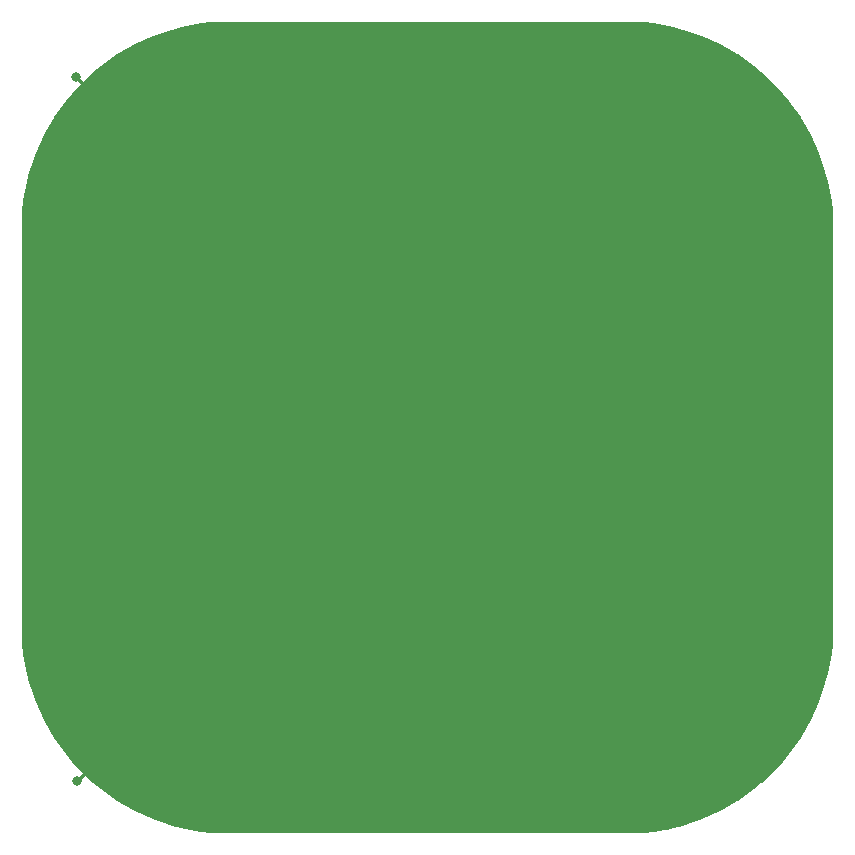
<source format=gbr>
%TF.GenerationSoftware,KiCad,Pcbnew,7.0.9*%
%TF.CreationDate,2024-12-03T14:46:30-06:00*%
%TF.ProjectId,GVH_TouchPad,4756485f-546f-4756-9368-5061642e6b69,v0.1*%
%TF.SameCoordinates,Original*%
%TF.FileFunction,Copper,L1,Top*%
%TF.FilePolarity,Positive*%
%FSLAX46Y46*%
G04 Gerber Fmt 4.6, Leading zero omitted, Abs format (unit mm)*
G04 Created by KiCad (PCBNEW 7.0.9) date 2024-12-03 14:46:30*
%MOMM*%
%LPD*%
G01*
G04 APERTURE LIST*
%TA.AperFunction,ViaPad*%
%ADD10C,0.800000*%
%TD*%
%TA.AperFunction,Conductor*%
%ADD11C,0.254000*%
%TD*%
G04 APERTURE END LIST*
D10*
%TO.N,TOUCH*%
X106362500Y-115125500D03*
X106299000Y-55499000D03*
%TD*%
D11*
%TO.N,TOUCH*%
X106362500Y-115125500D02*
X107759500Y-113728500D01*
X106299000Y-55499000D02*
X107569000Y-56769000D01*
%TD*%
%TA.AperFunction,Conductor*%
%TO.N,TOUCH*%
G36*
X154276269Y-50875658D02*
G01*
X154280755Y-50875978D01*
X154342646Y-50880405D01*
X154345554Y-50880683D01*
X155182921Y-50980803D01*
X155185779Y-50981214D01*
X156017453Y-51121066D01*
X156020286Y-51121612D01*
X156844367Y-51300879D01*
X156847208Y-51301569D01*
X157661800Y-51519838D01*
X157664607Y-51520663D01*
X158467889Y-51777444D01*
X158470640Y-51778397D01*
X159260784Y-52073106D01*
X159263524Y-52074203D01*
X160038713Y-52406158D01*
X160041398Y-52407384D01*
X160799948Y-52775865D01*
X160802570Y-52777217D01*
X161542719Y-53181368D01*
X161545262Y-53182837D01*
X162265336Y-53621745D01*
X162267786Y-53623319D01*
X162966189Y-54096012D01*
X162968590Y-54097722D01*
X163643704Y-54603105D01*
X163645993Y-54604906D01*
X164296290Y-55141837D01*
X164298520Y-55143769D01*
X164922519Y-55711022D01*
X164924633Y-55713037D01*
X165520961Y-56309365D01*
X165522977Y-56311480D01*
X166090230Y-56935479D01*
X166092162Y-56937709D01*
X166629093Y-57588006D01*
X166630898Y-57590301D01*
X167059618Y-58163004D01*
X167136275Y-58265406D01*
X167137987Y-58267810D01*
X167610673Y-58966202D01*
X167612254Y-58968663D01*
X168051162Y-59688737D01*
X168052638Y-59691293D01*
X168456781Y-60431427D01*
X168458134Y-60434051D01*
X168826615Y-61192601D01*
X168827841Y-61195286D01*
X169159796Y-61970475D01*
X169160893Y-61973215D01*
X169455602Y-62763359D01*
X169456568Y-62766148D01*
X169713332Y-63569379D01*
X169714164Y-63572211D01*
X169932430Y-64386791D01*
X169933126Y-64389659D01*
X170112378Y-65213668D01*
X170112936Y-65216566D01*
X170252780Y-66048185D01*
X170253200Y-66051107D01*
X170353315Y-66888438D01*
X170353596Y-66891375D01*
X170358342Y-66957727D01*
X170358500Y-66962152D01*
X170358500Y-103471846D01*
X170358342Y-103476271D01*
X170353596Y-103542624D01*
X170353315Y-103545561D01*
X170253200Y-104382892D01*
X170252780Y-104385814D01*
X170112936Y-105217433D01*
X170112378Y-105220331D01*
X169933126Y-106044340D01*
X169932430Y-106047208D01*
X169714164Y-106861788D01*
X169713332Y-106864620D01*
X169456568Y-107667851D01*
X169455602Y-107670640D01*
X169160893Y-108460784D01*
X169159796Y-108463524D01*
X168827841Y-109238713D01*
X168826615Y-109241398D01*
X168458134Y-109999948D01*
X168456781Y-110002572D01*
X168052638Y-110742706D01*
X168051162Y-110745262D01*
X167612254Y-111465336D01*
X167610659Y-111467819D01*
X167137987Y-112166189D01*
X167136275Y-112168593D01*
X166630918Y-112843673D01*
X166629093Y-112845993D01*
X166092162Y-113496290D01*
X166090230Y-113498520D01*
X165522977Y-114122519D01*
X165520941Y-114124655D01*
X164924655Y-114720941D01*
X164922519Y-114722977D01*
X164298520Y-115290230D01*
X164296290Y-115292162D01*
X163645993Y-115829093D01*
X163643673Y-115830918D01*
X162968593Y-116336275D01*
X162966189Y-116337987D01*
X162267819Y-116810659D01*
X162265336Y-116812254D01*
X161545262Y-117251162D01*
X161542706Y-117252638D01*
X160802572Y-117656781D01*
X160799948Y-117658134D01*
X160041398Y-118026615D01*
X160038713Y-118027841D01*
X159263524Y-118359796D01*
X159260784Y-118360893D01*
X158470640Y-118655602D01*
X158467851Y-118656568D01*
X157664620Y-118913332D01*
X157661788Y-118914164D01*
X156847208Y-119132430D01*
X156844340Y-119133126D01*
X156259979Y-119260245D01*
X156020326Y-119312378D01*
X156017433Y-119312936D01*
X155185814Y-119452780D01*
X155182892Y-119453200D01*
X154345561Y-119553315D01*
X154342624Y-119553596D01*
X154293937Y-119557078D01*
X154276268Y-119558342D01*
X154271846Y-119558500D01*
X117762154Y-119558500D01*
X117757731Y-119558342D01*
X117735962Y-119556785D01*
X117691375Y-119553596D01*
X117688438Y-119553315D01*
X116851107Y-119453200D01*
X116848185Y-119452780D01*
X116016566Y-119312936D01*
X116013681Y-119312380D01*
X115189659Y-119133126D01*
X115186791Y-119132430D01*
X114372211Y-118914164D01*
X114369379Y-118913332D01*
X113967763Y-118784950D01*
X113566134Y-118656563D01*
X113563359Y-118655602D01*
X112773215Y-118360893D01*
X112770475Y-118359796D01*
X111995286Y-118027841D01*
X111992601Y-118026615D01*
X111234051Y-117658134D01*
X111231427Y-117656781D01*
X110491293Y-117252638D01*
X110488737Y-117251162D01*
X109768663Y-116812254D01*
X109766202Y-116810673D01*
X109067810Y-116337987D01*
X109065406Y-116336275D01*
X108963004Y-116259618D01*
X108390301Y-115830898D01*
X108388006Y-115829093D01*
X107737709Y-115292162D01*
X107735479Y-115290230D01*
X107111480Y-114722977D01*
X107109365Y-114720961D01*
X106513037Y-114124633D01*
X106511022Y-114122519D01*
X105943769Y-113498520D01*
X105941837Y-113496290D01*
X105404906Y-112845993D01*
X105403105Y-112843704D01*
X104897722Y-112168590D01*
X104896012Y-112166189D01*
X104423319Y-111467786D01*
X104421745Y-111465336D01*
X103982837Y-110745262D01*
X103981361Y-110742706D01*
X103577218Y-110002572D01*
X103575865Y-109999948D01*
X103207384Y-109241398D01*
X103206158Y-109238713D01*
X102874203Y-108463524D01*
X102873106Y-108460784D01*
X102578397Y-107670640D01*
X102577444Y-107667889D01*
X102320663Y-106864607D01*
X102319835Y-106861788D01*
X102101569Y-106047208D01*
X102100879Y-106044367D01*
X101921612Y-105220286D01*
X101921063Y-105217433D01*
X101781214Y-104385779D01*
X101780803Y-104382921D01*
X101680683Y-103545554D01*
X101680405Y-103542646D01*
X101675658Y-103476269D01*
X101675500Y-103471845D01*
X101675500Y-66962153D01*
X101675658Y-66957729D01*
X101675658Y-66957727D01*
X101680405Y-66891350D01*
X101680684Y-66888438D01*
X101780803Y-66051072D01*
X101781213Y-66048226D01*
X101921068Y-65216538D01*
X101921610Y-65213721D01*
X102100881Y-64389622D01*
X102101569Y-64386791D01*
X102319841Y-63572188D01*
X102320659Y-63569403D01*
X102577448Y-62766097D01*
X102578397Y-62763359D01*
X102873106Y-61973215D01*
X102874203Y-61970475D01*
X103206158Y-61195286D01*
X103207384Y-61192601D01*
X103575865Y-60434051D01*
X103577208Y-60431446D01*
X103981378Y-59691262D01*
X103982821Y-59688763D01*
X104421761Y-58968638D01*
X104423306Y-58966231D01*
X104896030Y-58267783D01*
X104897707Y-58265428D01*
X105403120Y-57590275D01*
X105404895Y-57588019D01*
X105941847Y-56937696D01*
X105943743Y-56935508D01*
X106511036Y-56311464D01*
X106513017Y-56309386D01*
X107109386Y-55713017D01*
X107111464Y-55711036D01*
X107735508Y-55143743D01*
X107737696Y-55141847D01*
X108388019Y-54604895D01*
X108390275Y-54603120D01*
X109065428Y-54097707D01*
X109067783Y-54096030D01*
X109766231Y-53623306D01*
X109768638Y-53621761D01*
X110488763Y-53182821D01*
X110491262Y-53181378D01*
X111231446Y-52777208D01*
X111234041Y-52775869D01*
X111992608Y-52407380D01*
X111995269Y-52406165D01*
X112770488Y-52074197D01*
X112773215Y-52073106D01*
X113563359Y-51778397D01*
X113566097Y-51777448D01*
X114369403Y-51520659D01*
X114372188Y-51519841D01*
X115186796Y-51301567D01*
X115189622Y-51300881D01*
X116013721Y-51121610D01*
X116016538Y-51121068D01*
X116848226Y-50981213D01*
X116851072Y-50980803D01*
X117688449Y-50880682D01*
X117691350Y-50880405D01*
X117753708Y-50875945D01*
X117757731Y-50875658D01*
X117762155Y-50875500D01*
X154271845Y-50875500D01*
X154276269Y-50875658D01*
G37*
%TD.AperFunction*%
%TD*%
M02*

</source>
